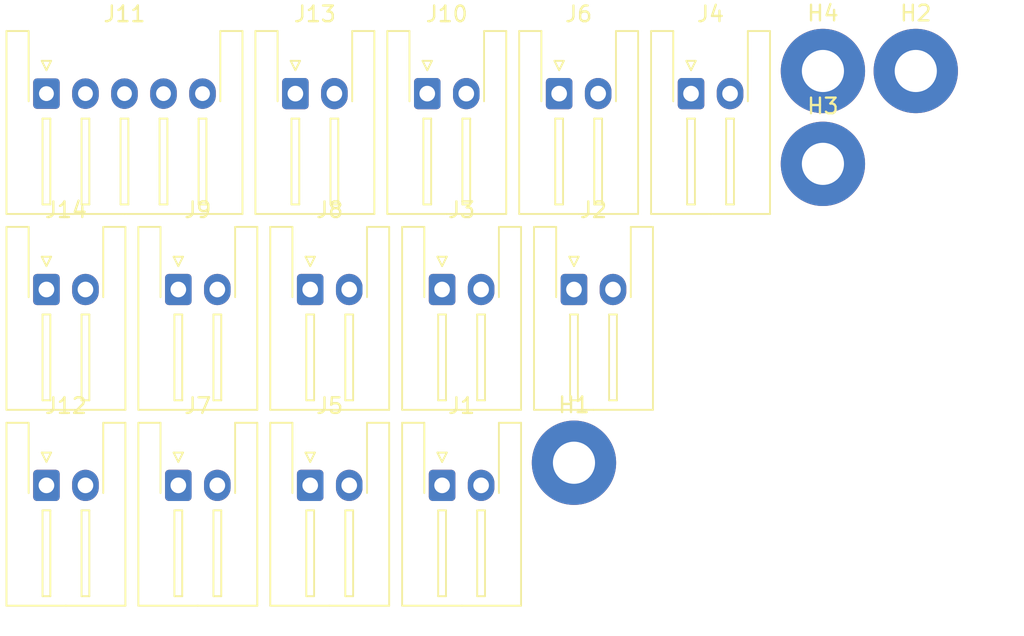
<source format=kicad_pcb>
(kicad_pcb (version 20171130) (host pcbnew 5.0.2-bee76a0~70~ubuntu18.04.1)

  (general
    (thickness 1.6)
    (drawings 0)
    (tracks 0)
    (zones 0)
    (modules 18)
    (nets 16)
  )

  (page A4)
  (layers
    (0 F.Cu signal)
    (31 B.Cu signal)
    (32 B.Adhes user)
    (33 F.Adhes user)
    (34 B.Paste user)
    (35 F.Paste user)
    (36 B.SilkS user)
    (37 F.SilkS user)
    (38 B.Mask user)
    (39 F.Mask user)
    (40 Dwgs.User user)
    (41 Cmts.User user)
    (42 Eco1.User user)
    (43 Eco2.User user)
    (44 Edge.Cuts user)
    (45 Margin user)
    (46 B.CrtYd user)
    (47 F.CrtYd user)
    (48 B.Fab user)
    (49 F.Fab user)
  )

  (setup
    (last_trace_width 0.25)
    (trace_clearance 0.2)
    (zone_clearance 0.508)
    (zone_45_only no)
    (trace_min 0.2)
    (segment_width 0.2)
    (edge_width 0.15)
    (via_size 0.8)
    (via_drill 0.4)
    (via_min_size 0.4)
    (via_min_drill 0.3)
    (uvia_size 0.3)
    (uvia_drill 0.1)
    (uvias_allowed no)
    (uvia_min_size 0.2)
    (uvia_min_drill 0.1)
    (pcb_text_width 0.3)
    (pcb_text_size 1.5 1.5)
    (mod_edge_width 0.15)
    (mod_text_size 0.000001 0.000001)
    (mod_text_width 0.15)
    (pad_size 1.4 1.4)
    (pad_drill 0.6)
    (pad_to_mask_clearance 0.051)
    (solder_mask_min_width 0.25)
    (aux_axis_origin 0 0)
    (visible_elements FFFFFF7F)
    (pcbplotparams
      (layerselection 0x010fc_ffffffff)
      (usegerberextensions false)
      (usegerberattributes false)
      (usegerberadvancedattributes false)
      (creategerberjobfile false)
      (excludeedgelayer true)
      (linewidth 0.100000)
      (plotframeref false)
      (viasonmask false)
      (mode 1)
      (useauxorigin false)
      (hpglpennumber 1)
      (hpglpenspeed 20)
      (hpglpendiameter 15.000000)
      (psnegative false)
      (psa4output false)
      (plotreference true)
      (plotvalue true)
      (plotinvisibletext false)
      (padsonsilk false)
      (subtractmaskfromsilk false)
      (outputformat 1)
      (mirror false)
      (drillshape 1)
      (scaleselection 1)
      (outputdirectory ""))
  )

  (net 0 "")
  (net 1 GND)
  (net 2 +5V)
  (net 3 Spindle_Dir)
  (net 4 "Net-(J11-Pad4)")
  (net 5 Spindle)
  (net 6 X_Limit)
  (net 7 Y_Limit)
  (net 8 Z_Limit)
  (net 9 A7)
  (net 10 Mist)
  (net 11 A6)
  (net 12 Flood)
  (net 13 Probe)
  (net 14 Start)
  (net 15 Hold)

  (net_class Default "This is the default net class."
    (clearance 0.2)
    (trace_width 0.25)
    (via_dia 0.8)
    (via_drill 0.4)
    (uvia_dia 0.3)
    (uvia_drill 0.1)
    (add_net +5V)
    (add_net A6)
    (add_net A7)
    (add_net Flood)
    (add_net GND)
    (add_net Hold)
    (add_net Mist)
    (add_net "Net-(J11-Pad4)")
    (add_net Probe)
    (add_net Spindle)
    (add_net Spindle_Dir)
    (add_net Start)
    (add_net X_Limit)
    (add_net Y_Limit)
    (add_net Z_Limit)
  )

  (module Connector_JST:JST_XH_S02B-XH-A-1_1x02_P2.50mm_Horizontal (layer F.Cu) (tedit 5B77520A) (tstamp 5C084D03)
    (at 10.375001 3.975001)
    (descr "JST XH series connector, S02B-XH-A-1 (http://www.jst-mfg.com/product/pdf/eng/eXH.pdf), generated with kicad-footprint-generator")
    (tags "connector JST XH top entry")
    (path /5C03E431)
    (fp_text reference J14 (at 1.25 -5.1) (layer F.SilkS)
      (effects (font (size 1 1) (thickness 0.15)))
    )
    (fp_text value HOLD (at 1.25 8.8) (layer F.Fab)
      (effects (font (size 1 1) (thickness 0.15)))
    )
    (fp_line (start -2.95 -4.4) (end -2.95 8.1) (layer F.CrtYd) (width 0.05))
    (fp_line (start -2.95 8.1) (end 5.45 8.1) (layer F.CrtYd) (width 0.05))
    (fp_line (start 5.45 8.1) (end 5.45 -4.4) (layer F.CrtYd) (width 0.05))
    (fp_line (start 5.45 -4.4) (end -2.95 -4.4) (layer F.CrtYd) (width 0.05))
    (fp_line (start 1.25 7.71) (end -2.56 7.71) (layer F.SilkS) (width 0.12))
    (fp_line (start -2.56 7.71) (end -2.56 -4.01) (layer F.SilkS) (width 0.12))
    (fp_line (start -2.56 -4.01) (end -1.14 -4.01) (layer F.SilkS) (width 0.12))
    (fp_line (start -1.14 -4.01) (end -1.14 0.49) (layer F.SilkS) (width 0.12))
    (fp_line (start 1.25 7.71) (end 5.06 7.71) (layer F.SilkS) (width 0.12))
    (fp_line (start 5.06 7.71) (end 5.06 -4.01) (layer F.SilkS) (width 0.12))
    (fp_line (start 5.06 -4.01) (end 3.64 -4.01) (layer F.SilkS) (width 0.12))
    (fp_line (start 3.64 -4.01) (end 3.64 0.49) (layer F.SilkS) (width 0.12))
    (fp_line (start 1.25 7.6) (end -2.45 7.6) (layer F.Fab) (width 0.1))
    (fp_line (start -2.45 7.6) (end -2.45 -3.9) (layer F.Fab) (width 0.1))
    (fp_line (start -2.45 -3.9) (end -1.25 -3.9) (layer F.Fab) (width 0.1))
    (fp_line (start -1.25 -3.9) (end -1.25 0.6) (layer F.Fab) (width 0.1))
    (fp_line (start -1.25 0.6) (end 1.25 0.6) (layer F.Fab) (width 0.1))
    (fp_line (start 1.25 7.6) (end 4.95 7.6) (layer F.Fab) (width 0.1))
    (fp_line (start 4.95 7.6) (end 4.95 -3.9) (layer F.Fab) (width 0.1))
    (fp_line (start 4.95 -3.9) (end 3.75 -3.9) (layer F.Fab) (width 0.1))
    (fp_line (start 3.75 -3.9) (end 3.75 0.6) (layer F.Fab) (width 0.1))
    (fp_line (start 3.75 0.6) (end 1.25 0.6) (layer F.Fab) (width 0.1))
    (fp_line (start -0.25 1.6) (end -0.25 7.1) (layer F.SilkS) (width 0.12))
    (fp_line (start -0.25 7.1) (end 0.25 7.1) (layer F.SilkS) (width 0.12))
    (fp_line (start 0.25 7.1) (end 0.25 1.6) (layer F.SilkS) (width 0.12))
    (fp_line (start 0.25 1.6) (end -0.25 1.6) (layer F.SilkS) (width 0.12))
    (fp_line (start 2.25 1.6) (end 2.25 7.1) (layer F.SilkS) (width 0.12))
    (fp_line (start 2.25 7.1) (end 2.75 7.1) (layer F.SilkS) (width 0.12))
    (fp_line (start 2.75 7.1) (end 2.75 1.6) (layer F.SilkS) (width 0.12))
    (fp_line (start 2.75 1.6) (end 2.25 1.6) (layer F.SilkS) (width 0.12))
    (fp_line (start 0 -1.5) (end -0.3 -2.1) (layer F.SilkS) (width 0.12))
    (fp_line (start -0.3 -2.1) (end 0.3 -2.1) (layer F.SilkS) (width 0.12))
    (fp_line (start 0.3 -2.1) (end 0 -1.5) (layer F.SilkS) (width 0.12))
    (fp_line (start -0.625 0.6) (end 0 -0.4) (layer F.Fab) (width 0.1))
    (fp_line (start 0 -0.4) (end 0.625 0.6) (layer F.Fab) (width 0.1))
    (fp_text user %R (at 1.25 1.85) (layer F.Fab)
      (effects (font (size 1 1) (thickness 0.15)))
    )
    (pad 1 thru_hole roundrect (at 0 0) (size 1.7 2) (drill 1) (layers *.Cu *.Mask) (roundrect_rratio 0.147059)
      (net 15 Hold))
    (pad 2 thru_hole oval (at 2.5 0) (size 1.7 2) (drill 1) (layers *.Cu *.Mask)
      (net 1 GND))
    (model ${KISYS3DMOD}/Connector_JST.3dshapes/JST_XH_S02B-XH-A-1_1x02_P2.50mm_Horizontal.wrl
      (at (xyz 0 0 0))
      (scale (xyz 1 1 1))
      (rotate (xyz 0 0 0))
    )
  )

  (module Connector_JST:JST_XH_S02B-XH-A-1_1x02_P2.50mm_Horizontal (layer F.Cu) (tedit 5B77520A) (tstamp 5C084CD9)
    (at 26.325001 -8.574999)
    (descr "JST XH series connector, S02B-XH-A-1 (http://www.jst-mfg.com/product/pdf/eng/eXH.pdf), generated with kicad-footprint-generator")
    (tags "connector JST XH top entry")
    (path /5C0359F8)
    (fp_text reference J13 (at 1.25 -5.1) (layer F.SilkS)
      (effects (font (size 1 1) (thickness 0.15)))
    )
    (fp_text value START (at 1.25 8.8) (layer F.Fab)
      (effects (font (size 1 1) (thickness 0.15)))
    )
    (fp_text user %R (at 1.25 1.85) (layer F.Fab)
      (effects (font (size 1 1) (thickness 0.15)))
    )
    (fp_line (start 0 -0.4) (end 0.625 0.6) (layer F.Fab) (width 0.1))
    (fp_line (start -0.625 0.6) (end 0 -0.4) (layer F.Fab) (width 0.1))
    (fp_line (start 0.3 -2.1) (end 0 -1.5) (layer F.SilkS) (width 0.12))
    (fp_line (start -0.3 -2.1) (end 0.3 -2.1) (layer F.SilkS) (width 0.12))
    (fp_line (start 0 -1.5) (end -0.3 -2.1) (layer F.SilkS) (width 0.12))
    (fp_line (start 2.75 1.6) (end 2.25 1.6) (layer F.SilkS) (width 0.12))
    (fp_line (start 2.75 7.1) (end 2.75 1.6) (layer F.SilkS) (width 0.12))
    (fp_line (start 2.25 7.1) (end 2.75 7.1) (layer F.SilkS) (width 0.12))
    (fp_line (start 2.25 1.6) (end 2.25 7.1) (layer F.SilkS) (width 0.12))
    (fp_line (start 0.25 1.6) (end -0.25 1.6) (layer F.SilkS) (width 0.12))
    (fp_line (start 0.25 7.1) (end 0.25 1.6) (layer F.SilkS) (width 0.12))
    (fp_line (start -0.25 7.1) (end 0.25 7.1) (layer F.SilkS) (width 0.12))
    (fp_line (start -0.25 1.6) (end -0.25 7.1) (layer F.SilkS) (width 0.12))
    (fp_line (start 3.75 0.6) (end 1.25 0.6) (layer F.Fab) (width 0.1))
    (fp_line (start 3.75 -3.9) (end 3.75 0.6) (layer F.Fab) (width 0.1))
    (fp_line (start 4.95 -3.9) (end 3.75 -3.9) (layer F.Fab) (width 0.1))
    (fp_line (start 4.95 7.6) (end 4.95 -3.9) (layer F.Fab) (width 0.1))
    (fp_line (start 1.25 7.6) (end 4.95 7.6) (layer F.Fab) (width 0.1))
    (fp_line (start -1.25 0.6) (end 1.25 0.6) (layer F.Fab) (width 0.1))
    (fp_line (start -1.25 -3.9) (end -1.25 0.6) (layer F.Fab) (width 0.1))
    (fp_line (start -2.45 -3.9) (end -1.25 -3.9) (layer F.Fab) (width 0.1))
    (fp_line (start -2.45 7.6) (end -2.45 -3.9) (layer F.Fab) (width 0.1))
    (fp_line (start 1.25 7.6) (end -2.45 7.6) (layer F.Fab) (width 0.1))
    (fp_line (start 3.64 -4.01) (end 3.64 0.49) (layer F.SilkS) (width 0.12))
    (fp_line (start 5.06 -4.01) (end 3.64 -4.01) (layer F.SilkS) (width 0.12))
    (fp_line (start 5.06 7.71) (end 5.06 -4.01) (layer F.SilkS) (width 0.12))
    (fp_line (start 1.25 7.71) (end 5.06 7.71) (layer F.SilkS) (width 0.12))
    (fp_line (start -1.14 -4.01) (end -1.14 0.49) (layer F.SilkS) (width 0.12))
    (fp_line (start -2.56 -4.01) (end -1.14 -4.01) (layer F.SilkS) (width 0.12))
    (fp_line (start -2.56 7.71) (end -2.56 -4.01) (layer F.SilkS) (width 0.12))
    (fp_line (start 1.25 7.71) (end -2.56 7.71) (layer F.SilkS) (width 0.12))
    (fp_line (start 5.45 -4.4) (end -2.95 -4.4) (layer F.CrtYd) (width 0.05))
    (fp_line (start 5.45 8.1) (end 5.45 -4.4) (layer F.CrtYd) (width 0.05))
    (fp_line (start -2.95 8.1) (end 5.45 8.1) (layer F.CrtYd) (width 0.05))
    (fp_line (start -2.95 -4.4) (end -2.95 8.1) (layer F.CrtYd) (width 0.05))
    (pad 2 thru_hole oval (at 2.5 0) (size 1.7 2) (drill 1) (layers *.Cu *.Mask)
      (net 1 GND))
    (pad 1 thru_hole roundrect (at 0 0) (size 1.7 2) (drill 1) (layers *.Cu *.Mask) (roundrect_rratio 0.147059)
      (net 14 Start))
    (model ${KISYS3DMOD}/Connector_JST.3dshapes/JST_XH_S02B-XH-A-1_1x02_P2.50mm_Horizontal.wrl
      (at (xyz 0 0 0))
      (scale (xyz 1 1 1))
      (rotate (xyz 0 0 0))
    )
  )

  (module Connector_JST:JST_XH_S02B-XH-A-1_1x02_P2.50mm_Horizontal (layer F.Cu) (tedit 5B77520A) (tstamp 5C084CAF)
    (at 10.375001 16.525001)
    (descr "JST XH series connector, S02B-XH-A-1 (http://www.jst-mfg.com/product/pdf/eng/eXH.pdf), generated with kicad-footprint-generator")
    (tags "connector JST XH top entry")
    (path /5C03426F)
    (fp_text reference J12 (at 1.25 -5.1) (layer F.SilkS)
      (effects (font (size 1 1) (thickness 0.15)))
    )
    (fp_text value PROBE (at 1.25 8.8) (layer F.Fab)
      (effects (font (size 1 1) (thickness 0.15)))
    )
    (fp_line (start -2.95 -4.4) (end -2.95 8.1) (layer F.CrtYd) (width 0.05))
    (fp_line (start -2.95 8.1) (end 5.45 8.1) (layer F.CrtYd) (width 0.05))
    (fp_line (start 5.45 8.1) (end 5.45 -4.4) (layer F.CrtYd) (width 0.05))
    (fp_line (start 5.45 -4.4) (end -2.95 -4.4) (layer F.CrtYd) (width 0.05))
    (fp_line (start 1.25 7.71) (end -2.56 7.71) (layer F.SilkS) (width 0.12))
    (fp_line (start -2.56 7.71) (end -2.56 -4.01) (layer F.SilkS) (width 0.12))
    (fp_line (start -2.56 -4.01) (end -1.14 -4.01) (layer F.SilkS) (width 0.12))
    (fp_line (start -1.14 -4.01) (end -1.14 0.49) (layer F.SilkS) (width 0.12))
    (fp_line (start 1.25 7.71) (end 5.06 7.71) (layer F.SilkS) (width 0.12))
    (fp_line (start 5.06 7.71) (end 5.06 -4.01) (layer F.SilkS) (width 0.12))
    (fp_line (start 5.06 -4.01) (end 3.64 -4.01) (layer F.SilkS) (width 0.12))
    (fp_line (start 3.64 -4.01) (end 3.64 0.49) (layer F.SilkS) (width 0.12))
    (fp_line (start 1.25 7.6) (end -2.45 7.6) (layer F.Fab) (width 0.1))
    (fp_line (start -2.45 7.6) (end -2.45 -3.9) (layer F.Fab) (width 0.1))
    (fp_line (start -2.45 -3.9) (end -1.25 -3.9) (layer F.Fab) (width 0.1))
    (fp_line (start -1.25 -3.9) (end -1.25 0.6) (layer F.Fab) (width 0.1))
    (fp_line (start -1.25 0.6) (end 1.25 0.6) (layer F.Fab) (width 0.1))
    (fp_line (start 1.25 7.6) (end 4.95 7.6) (layer F.Fab) (width 0.1))
    (fp_line (start 4.95 7.6) (end 4.95 -3.9) (layer F.Fab) (width 0.1))
    (fp_line (start 4.95 -3.9) (end 3.75 -3.9) (layer F.Fab) (width 0.1))
    (fp_line (start 3.75 -3.9) (end 3.75 0.6) (layer F.Fab) (width 0.1))
    (fp_line (start 3.75 0.6) (end 1.25 0.6) (layer F.Fab) (width 0.1))
    (fp_line (start -0.25 1.6) (end -0.25 7.1) (layer F.SilkS) (width 0.12))
    (fp_line (start -0.25 7.1) (end 0.25 7.1) (layer F.SilkS) (width 0.12))
    (fp_line (start 0.25 7.1) (end 0.25 1.6) (layer F.SilkS) (width 0.12))
    (fp_line (start 0.25 1.6) (end -0.25 1.6) (layer F.SilkS) (width 0.12))
    (fp_line (start 2.25 1.6) (end 2.25 7.1) (layer F.SilkS) (width 0.12))
    (fp_line (start 2.25 7.1) (end 2.75 7.1) (layer F.SilkS) (width 0.12))
    (fp_line (start 2.75 7.1) (end 2.75 1.6) (layer F.SilkS) (width 0.12))
    (fp_line (start 2.75 1.6) (end 2.25 1.6) (layer F.SilkS) (width 0.12))
    (fp_line (start 0 -1.5) (end -0.3 -2.1) (layer F.SilkS) (width 0.12))
    (fp_line (start -0.3 -2.1) (end 0.3 -2.1) (layer F.SilkS) (width 0.12))
    (fp_line (start 0.3 -2.1) (end 0 -1.5) (layer F.SilkS) (width 0.12))
    (fp_line (start -0.625 0.6) (end 0 -0.4) (layer F.Fab) (width 0.1))
    (fp_line (start 0 -0.4) (end 0.625 0.6) (layer F.Fab) (width 0.1))
    (fp_text user %R (at 1.25 1.85) (layer F.Fab)
      (effects (font (size 1 1) (thickness 0.15)))
    )
    (pad 1 thru_hole roundrect (at 0 0) (size 1.7 2) (drill 1) (layers *.Cu *.Mask) (roundrect_rratio 0.147059)
      (net 13 Probe))
    (pad 2 thru_hole oval (at 2.5 0) (size 1.7 2) (drill 1) (layers *.Cu *.Mask)
      (net 1 GND))
    (model ${KISYS3DMOD}/Connector_JST.3dshapes/JST_XH_S02B-XH-A-1_1x02_P2.50mm_Horizontal.wrl
      (at (xyz 0 0 0))
      (scale (xyz 1 1 1))
      (rotate (xyz 0 0 0))
    )
  )

  (module Connector_JST:JST_XH_S02B-XH-A-1_1x02_P2.50mm_Horizontal (layer F.Cu) (tedit 5B77520A) (tstamp 5C084C85)
    (at 34.775001 -8.574999)
    (descr "JST XH series connector, S02B-XH-A-1 (http://www.jst-mfg.com/product/pdf/eng/eXH.pdf), generated with kicad-footprint-generator")
    (tags "connector JST XH top entry")
    (path /5C071CEA)
    (fp_text reference J10 (at 1.25 -5.1) (layer F.SilkS)
      (effects (font (size 1 1) (thickness 0.15)))
    )
    (fp_text value Mist (at 1.25 8.8) (layer F.Fab)
      (effects (font (size 1 1) (thickness 0.15)))
    )
    (fp_text user %R (at 1.25 1.85) (layer F.Fab)
      (effects (font (size 1 1) (thickness 0.15)))
    )
    (fp_line (start 0 -0.4) (end 0.625 0.6) (layer F.Fab) (width 0.1))
    (fp_line (start -0.625 0.6) (end 0 -0.4) (layer F.Fab) (width 0.1))
    (fp_line (start 0.3 -2.1) (end 0 -1.5) (layer F.SilkS) (width 0.12))
    (fp_line (start -0.3 -2.1) (end 0.3 -2.1) (layer F.SilkS) (width 0.12))
    (fp_line (start 0 -1.5) (end -0.3 -2.1) (layer F.SilkS) (width 0.12))
    (fp_line (start 2.75 1.6) (end 2.25 1.6) (layer F.SilkS) (width 0.12))
    (fp_line (start 2.75 7.1) (end 2.75 1.6) (layer F.SilkS) (width 0.12))
    (fp_line (start 2.25 7.1) (end 2.75 7.1) (layer F.SilkS) (width 0.12))
    (fp_line (start 2.25 1.6) (end 2.25 7.1) (layer F.SilkS) (width 0.12))
    (fp_line (start 0.25 1.6) (end -0.25 1.6) (layer F.SilkS) (width 0.12))
    (fp_line (start 0.25 7.1) (end 0.25 1.6) (layer F.SilkS) (width 0.12))
    (fp_line (start -0.25 7.1) (end 0.25 7.1) (layer F.SilkS) (width 0.12))
    (fp_line (start -0.25 1.6) (end -0.25 7.1) (layer F.SilkS) (width 0.12))
    (fp_line (start 3.75 0.6) (end 1.25 0.6) (layer F.Fab) (width 0.1))
    (fp_line (start 3.75 -3.9) (end 3.75 0.6) (layer F.Fab) (width 0.1))
    (fp_line (start 4.95 -3.9) (end 3.75 -3.9) (layer F.Fab) (width 0.1))
    (fp_line (start 4.95 7.6) (end 4.95 -3.9) (layer F.Fab) (width 0.1))
    (fp_line (start 1.25 7.6) (end 4.95 7.6) (layer F.Fab) (width 0.1))
    (fp_line (start -1.25 0.6) (end 1.25 0.6) (layer F.Fab) (width 0.1))
    (fp_line (start -1.25 -3.9) (end -1.25 0.6) (layer F.Fab) (width 0.1))
    (fp_line (start -2.45 -3.9) (end -1.25 -3.9) (layer F.Fab) (width 0.1))
    (fp_line (start -2.45 7.6) (end -2.45 -3.9) (layer F.Fab) (width 0.1))
    (fp_line (start 1.25 7.6) (end -2.45 7.6) (layer F.Fab) (width 0.1))
    (fp_line (start 3.64 -4.01) (end 3.64 0.49) (layer F.SilkS) (width 0.12))
    (fp_line (start 5.06 -4.01) (end 3.64 -4.01) (layer F.SilkS) (width 0.12))
    (fp_line (start 5.06 7.71) (end 5.06 -4.01) (layer F.SilkS) (width 0.12))
    (fp_line (start 1.25 7.71) (end 5.06 7.71) (layer F.SilkS) (width 0.12))
    (fp_line (start -1.14 -4.01) (end -1.14 0.49) (layer F.SilkS) (width 0.12))
    (fp_line (start -2.56 -4.01) (end -1.14 -4.01) (layer F.SilkS) (width 0.12))
    (fp_line (start -2.56 7.71) (end -2.56 -4.01) (layer F.SilkS) (width 0.12))
    (fp_line (start 1.25 7.71) (end -2.56 7.71) (layer F.SilkS) (width 0.12))
    (fp_line (start 5.45 -4.4) (end -2.95 -4.4) (layer F.CrtYd) (width 0.05))
    (fp_line (start 5.45 8.1) (end 5.45 -4.4) (layer F.CrtYd) (width 0.05))
    (fp_line (start -2.95 8.1) (end 5.45 8.1) (layer F.CrtYd) (width 0.05))
    (fp_line (start -2.95 -4.4) (end -2.95 8.1) (layer F.CrtYd) (width 0.05))
    (pad 2 thru_hole oval (at 2.5 0) (size 1.7 2) (drill 1) (layers *.Cu *.Mask)
      (net 1 GND))
    (pad 1 thru_hole roundrect (at 0 0) (size 1.7 2) (drill 1) (layers *.Cu *.Mask) (roundrect_rratio 0.147059)
      (net 12 Flood))
    (model ${KISYS3DMOD}/Connector_JST.3dshapes/JST_XH_S02B-XH-A-1_1x02_P2.50mm_Horizontal.wrl
      (at (xyz 0 0 0))
      (scale (xyz 1 1 1))
      (rotate (xyz 0 0 0))
    )
  )

  (module Connector_JST:JST_XH_S02B-XH-A-1_1x02_P2.50mm_Horizontal (layer F.Cu) (tedit 5B77520A) (tstamp 5C084C5B)
    (at 18.825001 3.975001)
    (descr "JST XH series connector, S02B-XH-A-1 (http://www.jst-mfg.com/product/pdf/eng/eXH.pdf), generated with kicad-footprint-generator")
    (tags "connector JST XH top entry")
    (path /5C074870)
    (fp_text reference J9 (at 1.25 -5.1) (layer F.SilkS)
      (effects (font (size 1 1) (thickness 0.15)))
    )
    (fp_text value Mist (at 1.25 8.8) (layer F.Fab)
      (effects (font (size 1 1) (thickness 0.15)))
    )
    (fp_line (start -2.95 -4.4) (end -2.95 8.1) (layer F.CrtYd) (width 0.05))
    (fp_line (start -2.95 8.1) (end 5.45 8.1) (layer F.CrtYd) (width 0.05))
    (fp_line (start 5.45 8.1) (end 5.45 -4.4) (layer F.CrtYd) (width 0.05))
    (fp_line (start 5.45 -4.4) (end -2.95 -4.4) (layer F.CrtYd) (width 0.05))
    (fp_line (start 1.25 7.71) (end -2.56 7.71) (layer F.SilkS) (width 0.12))
    (fp_line (start -2.56 7.71) (end -2.56 -4.01) (layer F.SilkS) (width 0.12))
    (fp_line (start -2.56 -4.01) (end -1.14 -4.01) (layer F.SilkS) (width 0.12))
    (fp_line (start -1.14 -4.01) (end -1.14 0.49) (layer F.SilkS) (width 0.12))
    (fp_line (start 1.25 7.71) (end 5.06 7.71) (layer F.SilkS) (width 0.12))
    (fp_line (start 5.06 7.71) (end 5.06 -4.01) (layer F.SilkS) (width 0.12))
    (fp_line (start 5.06 -4.01) (end 3.64 -4.01) (layer F.SilkS) (width 0.12))
    (fp_line (start 3.64 -4.01) (end 3.64 0.49) (layer F.SilkS) (width 0.12))
    (fp_line (start 1.25 7.6) (end -2.45 7.6) (layer F.Fab) (width 0.1))
    (fp_line (start -2.45 7.6) (end -2.45 -3.9) (layer F.Fab) (width 0.1))
    (fp_line (start -2.45 -3.9) (end -1.25 -3.9) (layer F.Fab) (width 0.1))
    (fp_line (start -1.25 -3.9) (end -1.25 0.6) (layer F.Fab) (width 0.1))
    (fp_line (start -1.25 0.6) (end 1.25 0.6) (layer F.Fab) (width 0.1))
    (fp_line (start 1.25 7.6) (end 4.95 7.6) (layer F.Fab) (width 0.1))
    (fp_line (start 4.95 7.6) (end 4.95 -3.9) (layer F.Fab) (width 0.1))
    (fp_line (start 4.95 -3.9) (end 3.75 -3.9) (layer F.Fab) (width 0.1))
    (fp_line (start 3.75 -3.9) (end 3.75 0.6) (layer F.Fab) (width 0.1))
    (fp_line (start 3.75 0.6) (end 1.25 0.6) (layer F.Fab) (width 0.1))
    (fp_line (start -0.25 1.6) (end -0.25 7.1) (layer F.SilkS) (width 0.12))
    (fp_line (start -0.25 7.1) (end 0.25 7.1) (layer F.SilkS) (width 0.12))
    (fp_line (start 0.25 7.1) (end 0.25 1.6) (layer F.SilkS) (width 0.12))
    (fp_line (start 0.25 1.6) (end -0.25 1.6) (layer F.SilkS) (width 0.12))
    (fp_line (start 2.25 1.6) (end 2.25 7.1) (layer F.SilkS) (width 0.12))
    (fp_line (start 2.25 7.1) (end 2.75 7.1) (layer F.SilkS) (width 0.12))
    (fp_line (start 2.75 7.1) (end 2.75 1.6) (layer F.SilkS) (width 0.12))
    (fp_line (start 2.75 1.6) (end 2.25 1.6) (layer F.SilkS) (width 0.12))
    (fp_line (start 0 -1.5) (end -0.3 -2.1) (layer F.SilkS) (width 0.12))
    (fp_line (start -0.3 -2.1) (end 0.3 -2.1) (layer F.SilkS) (width 0.12))
    (fp_line (start 0.3 -2.1) (end 0 -1.5) (layer F.SilkS) (width 0.12))
    (fp_line (start -0.625 0.6) (end 0 -0.4) (layer F.Fab) (width 0.1))
    (fp_line (start 0 -0.4) (end 0.625 0.6) (layer F.Fab) (width 0.1))
    (fp_text user %R (at 1.25 1.85) (layer F.Fab)
      (effects (font (size 1 1) (thickness 0.15)))
    )
    (pad 1 thru_hole roundrect (at 0 0) (size 1.7 2) (drill 1) (layers *.Cu *.Mask) (roundrect_rratio 0.147059)
      (net 11 A6))
    (pad 2 thru_hole oval (at 2.5 0) (size 1.7 2) (drill 1) (layers *.Cu *.Mask)
      (net 1 GND))
    (model ${KISYS3DMOD}/Connector_JST.3dshapes/JST_XH_S02B-XH-A-1_1x02_P2.50mm_Horizontal.wrl
      (at (xyz 0 0 0))
      (scale (xyz 1 1 1))
      (rotate (xyz 0 0 0))
    )
  )

  (module Connector_JST:JST_XH_S02B-XH-A-1_1x02_P2.50mm_Horizontal (layer F.Cu) (tedit 5B77520A) (tstamp 5C084C31)
    (at 27.275001 3.975001)
    (descr "JST XH series connector, S02B-XH-A-1 (http://www.jst-mfg.com/product/pdf/eng/eXH.pdf), generated with kicad-footprint-generator")
    (tags "connector JST XH top entry")
    (path /5C0541D8)
    (fp_text reference J8 (at 1.25 -5.1) (layer F.SilkS)
      (effects (font (size 1 1) (thickness 0.15)))
    )
    (fp_text value Z_LIMIT2 (at 1.25 8.8) (layer F.Fab)
      (effects (font (size 1 1) (thickness 0.15)))
    )
    (fp_text user %R (at 1.25 1.85) (layer F.Fab)
      (effects (font (size 1 1) (thickness 0.15)))
    )
    (fp_line (start 0 -0.4) (end 0.625 0.6) (layer F.Fab) (width 0.1))
    (fp_line (start -0.625 0.6) (end 0 -0.4) (layer F.Fab) (width 0.1))
    (fp_line (start 0.3 -2.1) (end 0 -1.5) (layer F.SilkS) (width 0.12))
    (fp_line (start -0.3 -2.1) (end 0.3 -2.1) (layer F.SilkS) (width 0.12))
    (fp_line (start 0 -1.5) (end -0.3 -2.1) (layer F.SilkS) (width 0.12))
    (fp_line (start 2.75 1.6) (end 2.25 1.6) (layer F.SilkS) (width 0.12))
    (fp_line (start 2.75 7.1) (end 2.75 1.6) (layer F.SilkS) (width 0.12))
    (fp_line (start 2.25 7.1) (end 2.75 7.1) (layer F.SilkS) (width 0.12))
    (fp_line (start 2.25 1.6) (end 2.25 7.1) (layer F.SilkS) (width 0.12))
    (fp_line (start 0.25 1.6) (end -0.25 1.6) (layer F.SilkS) (width 0.12))
    (fp_line (start 0.25 7.1) (end 0.25 1.6) (layer F.SilkS) (width 0.12))
    (fp_line (start -0.25 7.1) (end 0.25 7.1) (layer F.SilkS) (width 0.12))
    (fp_line (start -0.25 1.6) (end -0.25 7.1) (layer F.SilkS) (width 0.12))
    (fp_line (start 3.75 0.6) (end 1.25 0.6) (layer F.Fab) (width 0.1))
    (fp_line (start 3.75 -3.9) (end 3.75 0.6) (layer F.Fab) (width 0.1))
    (fp_line (start 4.95 -3.9) (end 3.75 -3.9) (layer F.Fab) (width 0.1))
    (fp_line (start 4.95 7.6) (end 4.95 -3.9) (layer F.Fab) (width 0.1))
    (fp_line (start 1.25 7.6) (end 4.95 7.6) (layer F.Fab) (width 0.1))
    (fp_line (start -1.25 0.6) (end 1.25 0.6) (layer F.Fab) (width 0.1))
    (fp_line (start -1.25 -3.9) (end -1.25 0.6) (layer F.Fab) (width 0.1))
    (fp_line (start -2.45 -3.9) (end -1.25 -3.9) (layer F.Fab) (width 0.1))
    (fp_line (start -2.45 7.6) (end -2.45 -3.9) (layer F.Fab) (width 0.1))
    (fp_line (start 1.25 7.6) (end -2.45 7.6) (layer F.Fab) (width 0.1))
    (fp_line (start 3.64 -4.01) (end 3.64 0.49) (layer F.SilkS) (width 0.12))
    (fp_line (start 5.06 -4.01) (end 3.64 -4.01) (layer F.SilkS) (width 0.12))
    (fp_line (start 5.06 7.71) (end 5.06 -4.01) (layer F.SilkS) (width 0.12))
    (fp_line (start 1.25 7.71) (end 5.06 7.71) (layer F.SilkS) (width 0.12))
    (fp_line (start -1.14 -4.01) (end -1.14 0.49) (layer F.SilkS) (width 0.12))
    (fp_line (start -2.56 -4.01) (end -1.14 -4.01) (layer F.SilkS) (width 0.12))
    (fp_line (start -2.56 7.71) (end -2.56 -4.01) (layer F.SilkS) (width 0.12))
    (fp_line (start 1.25 7.71) (end -2.56 7.71) (layer F.SilkS) (width 0.12))
    (fp_line (start 5.45 -4.4) (end -2.95 -4.4) (layer F.CrtYd) (width 0.05))
    (fp_line (start 5.45 8.1) (end 5.45 -4.4) (layer F.CrtYd) (width 0.05))
    (fp_line (start -2.95 8.1) (end 5.45 8.1) (layer F.CrtYd) (width 0.05))
    (fp_line (start -2.95 -4.4) (end -2.95 8.1) (layer F.CrtYd) (width 0.05))
    (pad 2 thru_hole oval (at 2.5 0) (size 1.7 2) (drill 1) (layers *.Cu *.Mask)
      (net 1 GND))
    (pad 1 thru_hole roundrect (at 0 0) (size 1.7 2) (drill 1) (layers *.Cu *.Mask) (roundrect_rratio 0.147059)
      (net 8 Z_Limit))
    (model ${KISYS3DMOD}/Connector_JST.3dshapes/JST_XH_S02B-XH-A-1_1x02_P2.50mm_Horizontal.wrl
      (at (xyz 0 0 0))
      (scale (xyz 1 1 1))
      (rotate (xyz 0 0 0))
    )
  )

  (module Connector_JST:JST_XH_S02B-XH-A-1_1x02_P2.50mm_Horizontal (layer F.Cu) (tedit 5B77520A) (tstamp 5C084C07)
    (at 18.825001 16.525001)
    (descr "JST XH series connector, S02B-XH-A-1 (http://www.jst-mfg.com/product/pdf/eng/eXH.pdf), generated with kicad-footprint-generator")
    (tags "connector JST XH top entry")
    (path /5C06FF5E)
    (fp_text reference J7 (at 1.25 -5.1) (layer F.SilkS)
      (effects (font (size 1 1) (thickness 0.15)))
    )
    (fp_text value Mist (at 1.25 8.8) (layer F.Fab)
      (effects (font (size 1 1) (thickness 0.15)))
    )
    (fp_line (start -2.95 -4.4) (end -2.95 8.1) (layer F.CrtYd) (width 0.05))
    (fp_line (start -2.95 8.1) (end 5.45 8.1) (layer F.CrtYd) (width 0.05))
    (fp_line (start 5.45 8.1) (end 5.45 -4.4) (layer F.CrtYd) (width 0.05))
    (fp_line (start 5.45 -4.4) (end -2.95 -4.4) (layer F.CrtYd) (width 0.05))
    (fp_line (start 1.25 7.71) (end -2.56 7.71) (layer F.SilkS) (width 0.12))
    (fp_line (start -2.56 7.71) (end -2.56 -4.01) (layer F.SilkS) (width 0.12))
    (fp_line (start -2.56 -4.01) (end -1.14 -4.01) (layer F.SilkS) (width 0.12))
    (fp_line (start -1.14 -4.01) (end -1.14 0.49) (layer F.SilkS) (width 0.12))
    (fp_line (start 1.25 7.71) (end 5.06 7.71) (layer F.SilkS) (width 0.12))
    (fp_line (start 5.06 7.71) (end 5.06 -4.01) (layer F.SilkS) (width 0.12))
    (fp_line (start 5.06 -4.01) (end 3.64 -4.01) (layer F.SilkS) (width 0.12))
    (fp_line (start 3.64 -4.01) (end 3.64 0.49) (layer F.SilkS) (width 0.12))
    (fp_line (start 1.25 7.6) (end -2.45 7.6) (layer F.Fab) (width 0.1))
    (fp_line (start -2.45 7.6) (end -2.45 -3.9) (layer F.Fab) (width 0.1))
    (fp_line (start -2.45 -3.9) (end -1.25 -3.9) (layer F.Fab) (width 0.1))
    (fp_line (start -1.25 -3.9) (end -1.25 0.6) (layer F.Fab) (width 0.1))
    (fp_line (start -1.25 0.6) (end 1.25 0.6) (layer F.Fab) (width 0.1))
    (fp_line (start 1.25 7.6) (end 4.95 7.6) (layer F.Fab) (width 0.1))
    (fp_line (start 4.95 7.6) (end 4.95 -3.9) (layer F.Fab) (width 0.1))
    (fp_line (start 4.95 -3.9) (end 3.75 -3.9) (layer F.Fab) (width 0.1))
    (fp_line (start 3.75 -3.9) (end 3.75 0.6) (layer F.Fab) (width 0.1))
    (fp_line (start 3.75 0.6) (end 1.25 0.6) (layer F.Fab) (width 0.1))
    (fp_line (start -0.25 1.6) (end -0.25 7.1) (layer F.SilkS) (width 0.12))
    (fp_line (start -0.25 7.1) (end 0.25 7.1) (layer F.SilkS) (width 0.12))
    (fp_line (start 0.25 7.1) (end 0.25 1.6) (layer F.SilkS) (width 0.12))
    (fp_line (start 0.25 1.6) (end -0.25 1.6) (layer F.SilkS) (width 0.12))
    (fp_line (start 2.25 1.6) (end 2.25 7.1) (layer F.SilkS) (width 0.12))
    (fp_line (start 2.25 7.1) (end 2.75 7.1) (layer F.SilkS) (width 0.12))
    (fp_line (start 2.75 7.1) (end 2.75 1.6) (layer F.SilkS) (width 0.12))
    (fp_line (start 2.75 1.6) (end 2.25 1.6) (layer F.SilkS) (width 0.12))
    (fp_line (start 0 -1.5) (end -0.3 -2.1) (layer F.SilkS) (width 0.12))
    (fp_line (start -0.3 -2.1) (end 0.3 -2.1) (layer F.SilkS) (width 0.12))
    (fp_line (start 0.3 -2.1) (end 0 -1.5) (layer F.SilkS) (width 0.12))
    (fp_line (start -0.625 0.6) (end 0 -0.4) (layer F.Fab) (width 0.1))
    (fp_line (start 0 -0.4) (end 0.625 0.6) (layer F.Fab) (width 0.1))
    (fp_text user %R (at 1.25 1.85) (layer F.Fab)
      (effects (font (size 1 1) (thickness 0.15)))
    )
    (pad 1 thru_hole roundrect (at 0 0) (size 1.7 2) (drill 1) (layers *.Cu *.Mask) (roundrect_rratio 0.147059)
      (net 10 Mist))
    (pad 2 thru_hole oval (at 2.5 0) (size 1.7 2) (drill 1) (layers *.Cu *.Mask)
      (net 1 GND))
    (model ${KISYS3DMOD}/Connector_JST.3dshapes/JST_XH_S02B-XH-A-1_1x02_P2.50mm_Horizontal.wrl
      (at (xyz 0 0 0))
      (scale (xyz 1 1 1))
      (rotate (xyz 0 0 0))
    )
  )

  (module Connector_JST:JST_XH_S02B-XH-A-1_1x02_P2.50mm_Horizontal (layer F.Cu) (tedit 5B77520A) (tstamp 5C084BDD)
    (at 43.225001 -8.574999)
    (descr "JST XH series connector, S02B-XH-A-1 (http://www.jst-mfg.com/product/pdf/eng/eXH.pdf), generated with kicad-footprint-generator")
    (tags "connector JST XH top entry")
    (path /5C0541D2)
    (fp_text reference J6 (at 1.25 -5.1) (layer F.SilkS)
      (effects (font (size 1 1) (thickness 0.15)))
    )
    (fp_text value Y_LIMIT2 (at 1.25 8.8) (layer F.Fab)
      (effects (font (size 1 1) (thickness 0.15)))
    )
    (fp_text user %R (at 1.25 1.85) (layer F.Fab)
      (effects (font (size 1 1) (thickness 0.15)))
    )
    (fp_line (start 0 -0.4) (end 0.625 0.6) (layer F.Fab) (width 0.1))
    (fp_line (start -0.625 0.6) (end 0 -0.4) (layer F.Fab) (width 0.1))
    (fp_line (start 0.3 -2.1) (end 0 -1.5) (layer F.SilkS) (width 0.12))
    (fp_line (start -0.3 -2.1) (end 0.3 -2.1) (layer F.SilkS) (width 0.12))
    (fp_line (start 0 -1.5) (end -0.3 -2.1) (layer F.SilkS) (width 0.12))
    (fp_line (start 2.75 1.6) (end 2.25 1.6) (layer F.SilkS) (width 0.12))
    (fp_line (start 2.75 7.1) (end 2.75 1.6) (layer F.SilkS) (width 0.12))
    (fp_line (start 2.25 7.1) (end 2.75 7.1) (layer F.SilkS) (width 0.12))
    (fp_line (start 2.25 1.6) (end 2.25 7.1) (layer F.SilkS) (width 0.12))
    (fp_line (start 0.25 1.6) (end -0.25 1.6) (layer F.SilkS) (width 0.12))
    (fp_line (start 0.25 7.1) (end 0.25 1.6) (layer F.SilkS) (width 0.12))
    (fp_line (start -0.25 7.1) (end 0.25 7.1) (layer F.SilkS) (width 0.12))
    (fp_line (start -0.25 1.6) (end -0.25 7.1) (layer F.SilkS) (width 0.12))
    (fp_line (start 3.75 0.6) (end 1.25 0.6) (layer F.Fab) (width 0.1))
    (fp_line (start 3.75 -3.9) (end 3.75 0.6) (layer F.Fab) (width 0.1))
    (fp_line (start 4.95 -3.9) (end 3.75 -3.9) (layer F.Fab) (width 0.1))
    (fp_line (start 4.95 7.6) (end 4.95 -3.9) (layer F.Fab) (width 0.1))
    (fp_line (start 1.25 7.6) (end 4.95 7.6) (layer F.Fab) (width 0.1))
    (fp_line (start -1.25 0.6) (end 1.25 0.6) (layer F.Fab) (width 0.1))
    (fp_line (start -1.25 -3.9) (end -1.25 0.6) (layer F.Fab) (width 0.1))
    (fp_line (start -2.45 -3.9) (end -1.25 -3.9) (layer F.Fab) (width 0.1))
    (fp_line (start -2.45 7.6) (end -2.45 -3.9) (layer F.Fab) (width 0.1))
    (fp_line (start 1.25 7.6) (end -2.45 7.6) (layer F.Fab) (width 0.1))
    (fp_line (start 3.64 -4.01) (end 3.64 0.49) (layer F.SilkS) (width 0.12))
    (fp_line (start 5.06 -4.01) (end 3.64 -4.01) (layer F.SilkS) (width 0.12))
    (fp_line (start 5.06 7.71) (end 5.06 -4.01) (layer F.SilkS) (width 0.12))
    (fp_line (start 1.25 7.71) (end 5.06 7.71) (layer F.SilkS) (width 0.12))
    (fp_line (start -1.14 -4.01) (end -1.14 0.49) (layer F.SilkS) (width 0.12))
    (fp_line (start -2.56 -4.01) (end -1.14 -4.01) (layer F.SilkS) (width 0.12))
    (fp_line (start -2.56 7.71) (end -2.56 -4.01) (layer F.SilkS) (width 0.12))
    (fp_line (start 1.25 7.71) (end -2.56 7.71) (layer F.SilkS) (width 0.12))
    (fp_line (start 5.45 -4.4) (end -2.95 -4.4) (layer F.CrtYd) (width 0.05))
    (fp_line (start 5.45 8.1) (end 5.45 -4.4) (layer F.CrtYd) (width 0.05))
    (fp_line (start -2.95 8.1) (end 5.45 8.1) (layer F.CrtYd) (width 0.05))
    (fp_line (start -2.95 -4.4) (end -2.95 8.1) (layer F.CrtYd) (width 0.05))
    (pad 2 thru_hole oval (at 2.5 0) (size 1.7 2) (drill 1) (layers *.Cu *.Mask)
      (net 1 GND))
    (pad 1 thru_hole roundrect (at 0 0) (size 1.7 2) (drill 1) (layers *.Cu *.Mask) (roundrect_rratio 0.147059)
      (net 7 Y_Limit))
    (model ${KISYS3DMOD}/Connector_JST.3dshapes/JST_XH_S02B-XH-A-1_1x02_P2.50mm_Horizontal.wrl
      (at (xyz 0 0 0))
      (scale (xyz 1 1 1))
      (rotate (xyz 0 0 0))
    )
  )

  (module Connector_JST:JST_XH_S02B-XH-A-1_1x02_P2.50mm_Horizontal (layer F.Cu) (tedit 5B77520A) (tstamp 5C084BB3)
    (at 27.275001 16.525001)
    (descr "JST XH series connector, S02B-XH-A-1 (http://www.jst-mfg.com/product/pdf/eng/eXH.pdf), generated with kicad-footprint-generator")
    (tags "connector JST XH top entry")
    (path /5C076A4A)
    (fp_text reference J5 (at 1.25 -5.1) (layer F.SilkS)
      (effects (font (size 1 1) (thickness 0.15)))
    )
    (fp_text value Mist (at 1.25 8.8) (layer F.Fab)
      (effects (font (size 1 1) (thickness 0.15)))
    )
    (fp_line (start -2.95 -4.4) (end -2.95 8.1) (layer F.CrtYd) (width 0.05))
    (fp_line (start -2.95 8.1) (end 5.45 8.1) (layer F.CrtYd) (width 0.05))
    (fp_line (start 5.45 8.1) (end 5.45 -4.4) (layer F.CrtYd) (width 0.05))
    (fp_line (start 5.45 -4.4) (end -2.95 -4.4) (layer F.CrtYd) (width 0.05))
    (fp_line (start 1.25 7.71) (end -2.56 7.71) (layer F.SilkS) (width 0.12))
    (fp_line (start -2.56 7.71) (end -2.56 -4.01) (layer F.SilkS) (width 0.12))
    (fp_line (start -2.56 -4.01) (end -1.14 -4.01) (layer F.SilkS) (width 0.12))
    (fp_line (start -1.14 -4.01) (end -1.14 0.49) (layer F.SilkS) (width 0.12))
    (fp_line (start 1.25 7.71) (end 5.06 7.71) (layer F.SilkS) (width 0.12))
    (fp_line (start 5.06 7.71) (end 5.06 -4.01) (layer F.SilkS) (width 0.12))
    (fp_line (start 5.06 -4.01) (end 3.64 -4.01) (layer F.SilkS) (width 0.12))
    (fp_line (start 3.64 -4.01) (end 3.64 0.49) (layer F.SilkS) (width 0.12))
    (fp_line (start 1.25 7.6) (end -2.45 7.6) (layer F.Fab) (width 0.1))
    (fp_line (start -2.45 7.6) (end -2.45 -3.9) (layer F.Fab) (width 0.1))
    (fp_line (start -2.45 -3.9) (end -1.25 -3.9) (layer F.Fab) (width 0.1))
    (fp_line (start -1.25 -3.9) (end -1.25 0.6) (layer F.Fab) (width 0.1))
    (fp_line (start -1.25 0.6) (end 1.25 0.6) (layer F.Fab) (width 0.1))
    (fp_line (start 1.25 7.6) (end 4.95 7.6) (layer F.Fab) (width 0.1))
    (fp_line (start 4.95 7.6) (end 4.95 -3.9) (layer F.Fab) (width 0.1))
    (fp_line (start 4.95 -3.9) (end 3.75 -3.9) (layer F.Fab) (width 0.1))
    (fp_line (start 3.75 -3.9) (end 3.75 0.6) (layer F.Fab) (width 0.1))
    (fp_line (start 3.75 0.6) (end 1.25 0.6) (layer F.Fab) (width 0.1))
    (fp_line (start -0.25 1.6) (end -0.25 7.1) (layer F.SilkS) (width 0.12))
    (fp_line (start -0.25 7.1) (end 0.25 7.1) (layer F.SilkS) (width 0.12))
    (fp_line (start 0.25 7.1) (end 0.25 1.6) (layer F.SilkS) (width 0.12))
    (fp_line (start 0.25 1.6) (end -0.25 1.6) (layer F.SilkS) (width 0.12))
    (fp_line (start 2.25 1.6) (end 2.25 7.1) (layer F.SilkS) (width 0.12))
    (fp_line (start 2.25 7.1) (end 2.75 7.1) (layer F.SilkS) (width 0.12))
    (fp_line (start 2.75 7.1) (end 2.75 1.6) (layer F.SilkS) (width 0.12))
    (fp_line (start 2.75 1.6) (end 2.25 1.6) (layer F.SilkS) (width 0.12))
    (fp_line (start 0 -1.5) (end -0.3 -2.1) (layer F.SilkS) (width 0.12))
    (fp_line (start -0.3 -2.1) (end 0.3 -2.1) (layer F.SilkS) (width 0.12))
    (fp_line (start 0.3 -2.1) (end 0 -1.5) (layer F.SilkS) (width 0.12))
    (fp_line (start -0.625 0.6) (end 0 -0.4) (layer F.Fab) (width 0.1))
    (fp_line (start 0 -0.4) (end 0.625 0.6) (layer F.Fab) (width 0.1))
    (fp_text user %R (at 1.25 1.85) (layer F.Fab)
      (effects (font (size 1 1) (thickness 0.15)))
    )
    (pad 1 thru_hole roundrect (at 0 0) (size 1.7 2) (drill 1) (layers *.Cu *.Mask) (roundrect_rratio 0.147059)
      (net 9 A7))
    (pad 2 thru_hole oval (at 2.5 0) (size 1.7 2) (drill 1) (layers *.Cu *.Mask)
      (net 1 GND))
    (model ${KISYS3DMOD}/Connector_JST.3dshapes/JST_XH_S02B-XH-A-1_1x02_P2.50mm_Horizontal.wrl
      (at (xyz 0 0 0))
      (scale (xyz 1 1 1))
      (rotate (xyz 0 0 0))
    )
  )

  (module Connector_JST:JST_XH_S02B-XH-A-1_1x02_P2.50mm_Horizontal (layer F.Cu) (tedit 5B77520A) (tstamp 5C084B89)
    (at 51.675001 -8.574999)
    (descr "JST XH series connector, S02B-XH-A-1 (http://www.jst-mfg.com/product/pdf/eng/eXH.pdf), generated with kicad-footprint-generator")
    (tags "connector JST XH top entry")
    (path /5C0541C9)
    (fp_text reference J4 (at 1.25 -5.1) (layer F.SilkS)
      (effects (font (size 1 1) (thickness 0.15)))
    )
    (fp_text value X_LIMIT2 (at 1.25 8.8) (layer F.Fab)
      (effects (font (size 1 1) (thickness 0.15)))
    )
    (fp_text user %R (at 1.25 1.85) (layer F.Fab)
      (effects (font (size 1 1) (thickness 0.15)))
    )
    (fp_line (start 0 -0.4) (end 0.625 0.6) (layer F.Fab) (width 0.1))
    (fp_line (start -0.625 0.6) (end 0 -0.4) (layer F.Fab) (width 0.1))
    (fp_line (start 0.3 -2.1) (end 0 -1.5) (layer F.SilkS) (width 0.12))
    (fp_line (start -0.3 -2.1) (end 0.3 -2.1) (layer F.SilkS) (width 0.12))
    (fp_line (start 0 -1.5) (end -0.3 -2.1) (layer F.SilkS) (width 0.12))
    (fp_line (start 2.75 1.6) (end 2.25 1.6) (layer F.SilkS) (width 0.12))
    (fp_line (start 2.75 7.1) (end 2.75 1.6) (layer F.SilkS) (width 0.12))
    (fp_line (start 2.25 7.1) (end 2.75 7.1) (layer F.SilkS) (width 0.12))
    (fp_line (start 2.25 1.6) (end 2.25 7.1) (layer F.SilkS) (width 0.12))
    (fp_line (start 0.25 1.6) (end -0.25 1.6) (layer F.SilkS) (width 0.12))
    (fp_line (start 0.25 7.1) (end 0.25 1.6) (layer F.SilkS) (width 0.12))
    (fp_line (start -0.25 7.1) (end 0.25 7.1) (layer F.SilkS) (width 0.12))
    (fp_line (start -0.25 1.6) (end -0.25 7.1) (layer F.SilkS) (width 0.12))
    (fp_line (start 3.75 0.6) (end 1.25 0.6) (layer F.Fab) (width 0.1))
    (fp_line (start 3.75 -3.9) (end 3.75 0.6) (layer F.Fab) (width 0.1))
    (fp_line (start 4.95 -3.9) (end 3.75 -3.9) (layer F.Fab) (width 0.1))
    (fp_line (start 4.95 7.6) (end 4.95 -3.9) (layer F.Fab) (width 0.1))
    (fp_line (start 1.25 7.6) (end 4.95 7.6) (layer F.Fab) (width 0.1))
    (fp_line (start -1.25 0.6) (end 1.25 0.6) (layer F.Fab) (width 0.1))
    (fp_line (start -1.25 -3.9) (end -1.25 0.6) (layer F.Fab) (width 0.1))
    (fp_line (start -2.45 -3.9) (end -1.25 -3.9) (layer F.Fab) (width 0.1))
    (fp_line (start -2.45 7.6) (end -2.45 -3.9) (layer F.Fab) (width 0.1))
    (fp_line (start 1.25 7.6) (end -2.45 7.6) (layer F.Fab) (width 0.1))
    (fp_line (start 3.64 -4.01) (end 3.64 0.49) (layer F.SilkS) (width 0.12))
    (fp_line (start 5.06 -4.01) (end 3.64 -4.01) (layer F.SilkS) (width 0.12))
    (fp_line (start 5.06 7.71) (end 5.06 -4.01) (layer F.SilkS) (width 0.12))
    (fp_line (start 1.25 7.71) (end 5.06 7.71) (layer F.SilkS) (width 0.12))
    (fp_line (start -1.14 -4.01) (end -1.14 0.49) (layer F.SilkS) (width 0.12))
    (fp_line (start -2.56 -4.01) (end -1.14 -4.01) (layer F.SilkS) (width 0.12))
    (fp_line (start -2.56 7.71) (end -2.56 -4.01) (layer F.SilkS) (width 0.12))
    (fp_line (start 1.25 7.71) (end -2.56 7.71) (layer F.SilkS) (width 0.12))
    (fp_line (start 5.45 -4.4) (end -2.95 -4.4) (layer F.CrtYd) (width 0.05))
    (fp_line (start 5.45 8.1) (end 5.45 -4.4) (layer F.CrtYd) (width 0.05))
    (fp_line (start -2.95 8.1) (end 5.45 8.1) (layer F.CrtYd) (width 0.05))
    (fp_line (start -2.95 -4.4) (end -2.95 8.1) (layer F.CrtYd) (width 0.05))
    (pad 2 thru_hole oval (at 2.5 0) (size 1.7 2) (drill 1) (layers *.Cu *.Mask)
      (net 1 GND))
    (pad 1 thru_hole roundrect (at 0 0) (size 1.7 2) (drill 1) (layers *.Cu *.Mask) (roundrect_rratio 0.147059)
      (net 6 X_Limit))
    (model ${KISYS3DMOD}/Connector_JST.3dshapes/JST_XH_S02B-XH-A-1_1x02_P2.50mm_Horizontal.wrl
      (at (xyz 0 0 0))
      (scale (xyz 1 1 1))
      (rotate (xyz 0 0 0))
    )
  )

  (module Connector_JST:JST_XH_S02B-XH-A-1_1x02_P2.50mm_Horizontal (layer F.Cu) (tedit 5B77520A) (tstamp 5C084B5F)
    (at 35.725001 3.975001)
    (descr "JST XH series connector, S02B-XH-A-1 (http://www.jst-mfg.com/product/pdf/eng/eXH.pdf), generated with kicad-footprint-generator")
    (tags "connector JST XH top entry")
    (path /5C031931)
    (fp_text reference J3 (at 1.25 -5.1) (layer F.SilkS)
      (effects (font (size 1 1) (thickness 0.15)))
    )
    (fp_text value Z_LIMIT1 (at 1.25 8.8) (layer F.Fab)
      (effects (font (size 1 1) (thickness 0.15)))
    )
    (fp_line (start -2.95 -4.4) (end -2.95 8.1) (layer F.CrtYd) (width 0.05))
    (fp_line (start -2.95 8.1) (end 5.45 8.1) (layer F.CrtYd) (width 0.05))
    (fp_line (start 5.45 8.1) (end 5.45 -4.4) (layer F.CrtYd) (width 0.05))
    (fp_line (start 5.45 -4.4) (end -2.95 -4.4) (layer F.CrtYd) (width 0.05))
    (fp_line (start 1.25 7.71) (end -2.56 7.71) (layer F.SilkS) (width 0.12))
    (fp_line (start -2.56 7.71) (end -2.56 -4.01) (layer F.SilkS) (width 0.12))
    (fp_line (start -2.56 -4.01) (end -1.14 -4.01) (layer F.SilkS) (width 0.12))
    (fp_line (start -1.14 -4.01) (end -1.14 0.49) (layer F.SilkS) (width 0.12))
    (fp_line (start 1.25 7.71) (end 5.06 7.71) (layer F.SilkS) (width 0.12))
    (fp_line (start 5.06 7.71) (end 5.06 -4.01) (layer F.SilkS) (width 0.12))
    (fp_line (start 5.06 -4.01) (end 3.64 -4.01) (layer F.SilkS) (width 0.12))
    (fp_line (start 3.64 -4.01) (end 3.64 0.49) (layer F.SilkS) (width 0.12))
    (fp_line (start 1.25 7.6) (end -2.45 7.6) (layer F.Fab) (width 0.1))
    (fp_line (start -2.45 7.6) (end -2.45 -3.9) (layer F.Fab) (width 0.1))
    (fp_line (start -2.45 -3.9) (end -1.25 -3.9) (layer F.Fab) (width 0.1))
    (fp_line (start -1.25 -3.9) (end -1.25 0.6) (layer F.Fab) (width 0.1))
    (fp_line (start -1.25 0.6) (end 1.25 0.6) (layer F.Fab) (width 0.1))
    (fp_line (start 1.25 7.6) (end 4.95 7.6) (layer F.Fab) (width 0.1))
    (fp_line (start 4.95 7.6) (end 4.95 -3.9) (layer F.Fab) (width 0.1))
    (fp_line (start 4.95 -3.9) (end 3.75 -3.9) (layer F.Fab) (width 0.1))
    (fp_line (start 3.75 -3.9) (end 3.75 0.6) (layer F.Fab) (width 0.1))
    (fp_line (start 3.75 0.6) (end 1.25 0.6) (layer F.Fab) (width 0.1))
    (fp_line (start -0.25 1.6) (end -0.25 7.1) (layer F.SilkS) (width 0.12))
    (fp_line (start -0.25 7.1) (end 0.25 7.1) (layer F.SilkS) (width 0.12))
    (fp_line (start 0.25 7.1) (end 0.25 1.6) (layer F.SilkS) (width 0.12))
    (fp_line (start 0.25 1.6) (end -0.25 1.6) (layer F.SilkS) (width 0.12))
    (fp_line (start 2.25 1.6) (end 2.25 7.1) (layer F.SilkS) (width 0.12))
    (fp_line (start 2.25 7.1) (end 2.75 7.1) (layer F.SilkS) (width 0.12))
    (fp_line (start 2.75 7.1) (end 2.75 1.6) (layer F.SilkS) (width 0.12))
    (fp_line (start 2.75 1.6) (end 2.25 1.6) (layer F.SilkS) (width 0.12))
    (fp_line (start 0 -1.5) (end -0.3 -2.1) (layer F.SilkS) (width 0.12))
    (fp_line (start -0.3 -2.1) (end 0.3 -2.1) (layer F.SilkS) (width 0.12))
    (fp_line (start 0.3 -2.1) (end 0 -1.5) (layer F.SilkS) (width 0.12))
    (fp_line (start -0.625 0.6) (end 0 -0.4) (layer F.Fab) (width 0.1))
    (fp_line (start 0 -0.4) (end 0.625 0.6) (layer F.Fab) (width 0.1))
    (fp_text user %R (at 1.25 1.85) (layer F.Fab)
      (effects (font (size 1 1) (thickness 0.15)))
    )
    (pad 1 thru_hole roundrect (at 0 0) (size 1.7 2) (drill 1) (layers *.Cu *.Mask) (roundrect_rratio 0.147059)
      (net 8 Z_Limit))
    (pad 2 thru_hole oval (at 2.5 0) (size 1.7 2) (drill 1) (layers *.Cu *.Mask)
      (net 1 GND))
    (model ${KISYS3DMOD}/Connector_JST.3dshapes/JST_XH_S02B-XH-A-1_1x02_P2.50mm_Horizontal.wrl
      (at (xyz 0 0 0))
      (scale (xyz 1 1 1))
      (rotate (xyz 0 0 0))
    )
  )

  (module Connector_JST:JST_XH_S02B-XH-A-1_1x02_P2.50mm_Horizontal (layer F.Cu) (tedit 5B77520A) (tstamp 5C084B35)
    (at 44.175001 3.975001)
    (descr "JST XH series connector, S02B-XH-A-1 (http://www.jst-mfg.com/product/pdf/eng/eXH.pdf), generated with kicad-footprint-generator")
    (tags "connector JST XH top entry")
    (path /5C0318FB)
    (fp_text reference J2 (at 1.25 -5.1) (layer F.SilkS)
      (effects (font (size 1 1) (thickness 0.15)))
    )
    (fp_text value Y_LIMIT1 (at 1.25 8.8) (layer F.Fab)
      (effects (font (size 1 1) (thickness 0.15)))
    )
    (fp_text user %R (at 1.25 1.85) (layer F.Fab)
      (effects (font (size 1 1) (thickness 0.15)))
    )
    (fp_line (start 0 -0.4) (end 0.625 0.6) (layer F.Fab) (width 0.1))
    (fp_line (start -0.625 0.6) (end 0 -0.4) (layer F.Fab) (width 0.1))
    (fp_line (start 0.3 -2.1) (end 0 -1.5) (layer F.SilkS) (width 0.12))
    (fp_line (start -0.3 -2.1) (end 0.3 -2.1) (layer F.SilkS) (width 0.12))
    (fp_line (start 0 -1.5) (end -0.3 -2.1) (layer F.SilkS) (width 0.12))
    (fp_line (start 2.75 1.6) (end 2.25 1.6) (layer F.SilkS) (width 0.12))
    (fp_line (start 2.75 7.1) (end 2.75 1.6) (layer F.SilkS) (width 0.12))
    (fp_line (start 2.25 7.1) (end 2.75 7.1) (layer F.SilkS) (width 0.12))
    (fp_line (start 2.25 1.6) (end 2.25 7.1) (layer F.SilkS) (width 0.12))
    (fp_line (start 0.25 1.6) (end -0.25 1.6) (layer F.SilkS) (width 0.12))
    (fp_line (start 0.25 7.1) (end 0.25 1.6) (layer F.SilkS) (width 0.12))
    (fp_line (start -0.25 7.1) (end 0.25 7.1) (layer F.SilkS) (width 0.12))
    (fp_line (start -0.25 1.6) (end -0.25 7.1) (layer F.SilkS) (width 0.12))
    (fp_line (start 3.75 0.6) (end 1.25 0.6) (layer F.Fab) (width 0.1))
    (fp_line (start 3.75 -3.9) (end 3.75 0.6) (layer F.Fab) (width 0.1))
    (fp_line (start 4.95 -3.9) (end 3.75 -3.9) (layer F.Fab) (width 0.1))
    (fp_line (start 4.95 7.6) (end 4.95 -3.9) (layer F.Fab) (width 0.1))
    (fp_line (start 1.25 7.6) (end 4.95 7.6) (layer F.Fab) (width 0.1))
    (fp_line (start -1.25 0.6) (end 1.25 0.6) (layer F.Fab) (width 0.1))
    (fp_line (start -1.25 -3.9) (end -1.25 0.6) (layer F.Fab) (width 0.1))
    (fp_line (start -2.45 -3.9) (end -1.25 -3.9) (layer F.Fab) (width 0.1))
    (fp_line (start -2.45 7.6) (end -2.45 -3.9) (layer F.Fab) (width 0.1))
    (fp_line (start 1.25 7.6) (end -2.45 7.6) (layer F.Fab) (width 0.1))
    (fp_line (start 3.64 -4.01) (end 3.64 0.49) (layer F.SilkS) (width 0.12))
    (fp_line (start 5.06 -4.01) (end 3.64 -4.01) (layer F.SilkS) (width 0.12))
    (fp_line (start 5.06 7.71) (end 5.06 -4.01) (layer F.SilkS) (width 0.12))
    (fp_line (start 1.25 7.71) (end 5.06 7.71) (layer F.SilkS) (width 0.12))
    (fp_line (start -1.14 -4.01) (end -1.14 0.49) (layer F.SilkS) (width 0.12))
    (fp_line (start -2.56 -4.01) (end -1.14 -4.01) (layer F.SilkS) (width 0.12))
    (fp_line (start -2.56 7.71) (end -2.56 -4.01) (layer F.SilkS) (width 0.12))
    (fp_line (start 1.25 7.71) (end -2.56 7.71) (layer F.SilkS) (width 0.12))
    (fp_line (start 5.45 -4.4) (end -2.95 -4.4) (layer F.CrtYd) (width 0.05))
    (fp_line (start 5.45 8.1) (end 5.45 -4.4) (layer F.CrtYd) (width 0.05))
    (fp_line (start -2.95 8.1) (end 5.45 8.1) (layer F.CrtYd) (width 0.05))
    (fp_line (start -2.95 -4.4) (end -2.95 8.1) (layer F.CrtYd) (width 0.05))
    (pad 2 thru_hole oval (at 2.5 0) (size 1.7 2) (drill 1) (layers *.Cu *.Mask)
      (net 1 GND))
    (pad 1 thru_hole roundrect (at 0 0) (size 1.7 2) (drill 1) (layers *.Cu *.Mask) (roundrect_rratio 0.147059)
      (net 7 Y_Limit))
    (model ${KISYS3DMOD}/Connector_JST.3dshapes/JST_XH_S02B-XH-A-1_1x02_P2.50mm_Horizontal.wrl
      (at (xyz 0 0 0))
      (scale (xyz 1 1 1))
      (rotate (xyz 0 0 0))
    )
  )

  (module Connector_JST:JST_XH_S02B-XH-A-1_1x02_P2.50mm_Horizontal (layer F.Cu) (tedit 5B77520A) (tstamp 5C084B0B)
    (at 35.725001 16.525001)
    (descr "JST XH series connector, S02B-XH-A-1 (http://www.jst-mfg.com/product/pdf/eng/eXH.pdf), generated with kicad-footprint-generator")
    (tags "connector JST XH top entry")
    (path /5C030BBA)
    (fp_text reference J1 (at 1.25 -5.1) (layer F.SilkS)
      (effects (font (size 1 1) (thickness 0.15)))
    )
    (fp_text value X_LIMIT1 (at 1.25 8.8) (layer F.Fab)
      (effects (font (size 1 1) (thickness 0.15)))
    )
    (fp_line (start -2.95 -4.4) (end -2.95 8.1) (layer F.CrtYd) (width 0.05))
    (fp_line (start -2.95 8.1) (end 5.45 8.1) (layer F.CrtYd) (width 0.05))
    (fp_line (start 5.45 8.1) (end 5.45 -4.4) (layer F.CrtYd) (width 0.05))
    (fp_line (start 5.45 -4.4) (end -2.95 -4.4) (layer F.CrtYd) (width 0.05))
    (fp_line (start 1.25 7.71) (end -2.56 7.71) (layer F.SilkS) (width 0.12))
    (fp_line (start -2.56 7.71) (end -2.56 -4.01) (layer F.SilkS) (width 0.12))
    (fp_line (start -2.56 -4.01) (end -1.14 -4.01) (layer F.SilkS) (width 0.12))
    (fp_line (start -1.14 -4.01) (end -1.14 0.49) (layer F.SilkS) (width 0.12))
    (fp_line (start 1.25 7.71) (end 5.06 7.71) (layer F.SilkS) (width 0.12))
    (fp_line (start 5.06 7.71) (end 5.06 -4.01) (layer F.SilkS) (width 0.12))
    (fp_line (start 5.06 -4.01) (end 3.64 -4.01) (layer F.SilkS) (width 0.12))
    (fp_line (start 3.64 -4.01) (end 3.64 0.49) (layer F.SilkS) (width 0.12))
    (fp_line (start 1.25 7.6) (end -2.45 7.6) (layer F.Fab) (width 0.1))
    (fp_line (start -2.45 7.6) (end -2.45 -3.9) (layer F.Fab) (width 0.1))
    (fp_line (start -2.45 -3.9) (end -1.25 -3.9) (layer F.Fab) (width 0.1))
    (fp_line (start -1.25 -3.9) (end -1.25 0.6) (layer F.Fab) (width 0.1))
    (fp_line (start -1.25 0.6) (end 1.25 0.6) (layer F.Fab) (width 0.1))
    (fp_line (start 1.25 7.6) (end 4.95 7.6) (layer F.Fab) (width 0.1))
    (fp_line (start 4.95 7.6) (end 4.95 -3.9) (layer F.Fab) (width 0.1))
    (fp_line (start 4.95 -3.9) (end 3.75 -3.9) (layer F.Fab) (width 0.1))
    (fp_line (start 3.75 -3.9) (end 3.75 0.6) (layer F.Fab) (width 0.1))
    (fp_line (start 3.75 0.6) (end 1.25 0.6) (layer F.Fab) (width 0.1))
    (fp_line (start -0.25 1.6) (end -0.25 7.1) (layer F.SilkS) (width 0.12))
    (fp_line (start -0.25 7.1) (end 0.25 7.1) (layer F.SilkS) (width 0.12))
    (fp_line (start 0.25 7.1) (end 0.25 1.6) (layer F.SilkS) (width 0.12))
    (fp_line (start 0.25 1.6) (end -0.25 1.6) (layer F.SilkS) (width 0.12))
    (fp_line (start 2.25 1.6) (end 2.25 7.1) (layer F.SilkS) (width 0.12))
    (fp_line (start 2.25 7.1) (end 2.75 7.1) (layer F.SilkS) (width 0.12))
    (fp_line (start 2.75 7.1) (end 2.75 1.6) (layer F.SilkS) (width 0.12))
    (fp_line (start 2.75 1.6) (end 2.25 1.6) (layer F.SilkS) (width 0.12))
    (fp_line (start 0 -1.5) (end -0.3 -2.1) (layer F.SilkS) (width 0.12))
    (fp_line (start -0.3 -2.1) (end 0.3 -2.1) (layer F.SilkS) (width 0.12))
    (fp_line (start 0.3 -2.1) (end 0 -1.5) (layer F.SilkS) (width 0.12))
    (fp_line (start -0.625 0.6) (end 0 -0.4) (layer F.Fab) (width 0.1))
    (fp_line (start 0 -0.4) (end 0.625 0.6) (layer F.Fab) (width 0.1))
    (fp_text user %R (at 1.25 1.85) (layer F.Fab)
      (effects (font (size 1 1) (thickness 0.15)))
    )
    (pad 1 thru_hole roundrect (at 0 0) (size 1.7 2) (drill 1) (layers *.Cu *.Mask) (roundrect_rratio 0.147059)
      (net 6 X_Limit))
    (pad 2 thru_hole oval (at 2.5 0) (size 1.7 2) (drill 1) (layers *.Cu *.Mask)
      (net 1 GND))
    (model ${KISYS3DMOD}/Connector_JST.3dshapes/JST_XH_S02B-XH-A-1_1x02_P2.50mm_Horizontal.wrl
      (at (xyz 0 0 0))
      (scale (xyz 1 1 1))
      (rotate (xyz 0 0 0))
    )
  )

  (module Connector_JST:JST_XH_S05B-XH-A-1_1x05_P2.50mm_Horizontal (layer F.Cu) (tedit 5B77520A) (tstamp 5C084AE1)
    (at 10.375001 -8.574999)
    (descr "JST XH series connector, S05B-XH-A-1 (http://www.jst-mfg.com/product/pdf/eng/eXH.pdf), generated with kicad-footprint-generator")
    (tags "connector JST XH top entry")
    (path /5BFF8AAE)
    (fp_text reference J11 (at 5 -5.1) (layer F.SilkS)
      (effects (font (size 1 1) (thickness 0.15)))
    )
    (fp_text value MOTOR (at 5 8.8) (layer F.Fab)
      (effects (font (size 1 1) (thickness 0.15)))
    )
    (fp_line (start -2.95 -4.4) (end -2.95 8.1) (layer F.CrtYd) (width 0.05))
    (fp_line (start -2.95 8.1) (end 12.95 8.1) (layer F.CrtYd) (width 0.05))
    (fp_line (start 12.95 8.1) (end 12.95 -4.4) (layer F.CrtYd) (width 0.05))
    (fp_line (start 12.95 -4.4) (end -2.95 -4.4) (layer F.CrtYd) (width 0.05))
    (fp_line (start 5 7.71) (end -2.56 7.71) (layer F.SilkS) (width 0.12))
    (fp_line (start -2.56 7.71) (end -2.56 -4.01) (layer F.SilkS) (width 0.12))
    (fp_line (start -2.56 -4.01) (end -1.14 -4.01) (layer F.SilkS) (width 0.12))
    (fp_line (start -1.14 -4.01) (end -1.14 0.49) (layer F.SilkS) (width 0.12))
    (fp_line (start 5 7.71) (end 12.56 7.71) (layer F.SilkS) (width 0.12))
    (fp_line (start 12.56 7.71) (end 12.56 -4.01) (layer F.SilkS) (width 0.12))
    (fp_line (start 12.56 -4.01) (end 11.14 -4.01) (layer F.SilkS) (width 0.12))
    (fp_line (start 11.14 -4.01) (end 11.14 0.49) (layer F.SilkS) (width 0.12))
    (fp_line (start 5 7.6) (end -2.45 7.6) (layer F.Fab) (width 0.1))
    (fp_line (start -2.45 7.6) (end -2.45 -3.9) (layer F.Fab) (width 0.1))
    (fp_line (start -2.45 -3.9) (end -1.25 -3.9) (layer F.Fab) (width 0.1))
    (fp_line (start -1.25 -3.9) (end -1.25 0.6) (layer F.Fab) (width 0.1))
    (fp_line (start -1.25 0.6) (end 5 0.6) (layer F.Fab) (width 0.1))
    (fp_line (start 5 7.6) (end 12.45 7.6) (layer F.Fab) (width 0.1))
    (fp_line (start 12.45 7.6) (end 12.45 -3.9) (layer F.Fab) (width 0.1))
    (fp_line (start 12.45 -3.9) (end 11.25 -3.9) (layer F.Fab) (width 0.1))
    (fp_line (start 11.25 -3.9) (end 11.25 0.6) (layer F.Fab) (width 0.1))
    (fp_line (start 11.25 0.6) (end 5 0.6) (layer F.Fab) (width 0.1))
    (fp_line (start -0.25 1.6) (end -0.25 7.1) (layer F.SilkS) (width 0.12))
    (fp_line (start -0.25 7.1) (end 0.25 7.1) (layer F.SilkS) (width 0.12))
    (fp_line (start 0.25 7.1) (end 0.25 1.6) (layer F.SilkS) (width 0.12))
    (fp_line (start 0.25 1.6) (end -0.25 1.6) (layer F.SilkS) (width 0.12))
    (fp_line (start 2.25 1.6) (end 2.25 7.1) (layer F.SilkS) (width 0.12))
    (fp_line (start 2.25 7.1) (end 2.75 7.1) (layer F.SilkS) (width 0.12))
    (fp_line (start 2.75 7.1) (end 2.75 1.6) (layer F.SilkS) (width 0.12))
    (fp_line (start 2.75 1.6) (end 2.25 1.6) (layer F.SilkS) (width 0.12))
    (fp_line (start 4.75 1.6) (end 4.75 7.1) (layer F.SilkS) (width 0.12))
    (fp_line (start 4.75 7.1) (end 5.25 7.1) (layer F.SilkS) (width 0.12))
    (fp_line (start 5.25 7.1) (end 5.25 1.6) (layer F.SilkS) (width 0.12))
    (fp_line (start 5.25 1.6) (end 4.75 1.6) (layer F.SilkS) (width 0.12))
    (fp_line (start 7.25 1.6) (end 7.25 7.1) (layer F.SilkS) (width 0.12))
    (fp_line (start 7.25 7.1) (end 7.75 7.1) (layer F.SilkS) (width 0.12))
    (fp_line (start 7.75 7.1) (end 7.75 1.6) (layer F.SilkS) (width 0.12))
    (fp_line (start 7.75 1.6) (end 7.25 1.6) (layer F.SilkS) (width 0.12))
    (fp_line (start 9.75 1.6) (end 9.75 7.1) (layer F.SilkS) (width 0.12))
    (fp_line (start 9.75 7.1) (end 10.25 7.1) (layer F.SilkS) (width 0.12))
    (fp_line (start 10.25 7.1) (end 10.25 1.6) (layer F.SilkS) (width 0.12))
    (fp_line (start 10.25 1.6) (end 9.75 1.6) (layer F.SilkS) (width 0.12))
    (fp_line (start 0 -1.5) (end -0.3 -2.1) (layer F.SilkS) (width 0.12))
    (fp_line (start -0.3 -2.1) (end 0.3 -2.1) (layer F.SilkS) (width 0.12))
    (fp_line (start 0.3 -2.1) (end 0 -1.5) (layer F.SilkS) (width 0.12))
    (fp_line (start -0.625 0.6) (end 0 -0.4) (layer F.Fab) (width 0.1))
    (fp_line (start 0 -0.4) (end 0.625 0.6) (layer F.Fab) (width 0.1))
    (fp_text user %R (at 5 1.85) (layer F.Fab)
      (effects (font (size 1 1) (thickness 0.15)))
    )
    (pad 1 thru_hole roundrect (at 0 0) (size 1.7 1.95) (drill 0.95) (layers *.Cu *.Mask) (roundrect_rratio 0.147059)
      (net 1 GND))
    (pad 2 thru_hole oval (at 2.5 0) (size 1.7 1.95) (drill 0.95) (layers *.Cu *.Mask)
      (net 2 +5V))
    (pad 3 thru_hole oval (at 5 0) (size 1.7 1.95) (drill 0.95) (layers *.Cu *.Mask)
      (net 3 Spindle_Dir))
    (pad 4 thru_hole oval (at 7.5 0) (size 1.7 1.95) (drill 0.95) (layers *.Cu *.Mask)
      (net 4 "Net-(J11-Pad4)"))
    (pad 5 thru_hole oval (at 10 0) (size 1.7 1.95) (drill 0.95) (layers *.Cu *.Mask)
      (net 5 Spindle))
    (model ${KISYS3DMOD}/Connector_JST.3dshapes/JST_XH_S05B-XH-A-1_1x05_P2.50mm_Horizontal.wrl
      (at (xyz 0 0 0))
      (scale (xyz 1 1 1))
      (rotate (xyz 0 0 0))
    )
  )

  (module MountingHole:MountingHole_2.7mm_M2.5_Pad (layer F.Cu) (tedit 56D1B4CB) (tstamp 5C084AA8)
    (at 66.075001 -10.024999)
    (descr "Mounting Hole 2.7mm, M2.5")
    (tags "mounting hole 2.7mm m2.5")
    (path /5BFF40E1)
    (attr virtual)
    (fp_text reference H2 (at 0 -3.7) (layer F.SilkS)
      (effects (font (size 1 1) (thickness 0.15)))
    )
    (fp_text value MountingHole_Pad (at 0 3.7) (layer F.Fab)
      (effects (font (size 1 1) (thickness 0.15)))
    )
    (fp_circle (center 0 0) (end 2.95 0) (layer F.CrtYd) (width 0.05))
    (fp_circle (center 0 0) (end 2.7 0) (layer Cmts.User) (width 0.15))
    (fp_text user %R (at 0.3 0) (layer F.Fab)
      (effects (font (size 1 1) (thickness 0.15)))
    )
    (pad 1 thru_hole circle (at 0 0) (size 5.4 5.4) (drill 2.7) (layers *.Cu *.Mask)
      (net 1 GND))
  )

  (module MountingHole:MountingHole_2.7mm_M2.5_Pad (layer F.Cu) (tedit 56D1B4CB) (tstamp 5C084AA0)
    (at 44.175001 15.075001)
    (descr "Mounting Hole 2.7mm, M2.5")
    (tags "mounting hole 2.7mm m2.5")
    (path /5BFF4033)
    (attr virtual)
    (fp_text reference H1 (at 0 -3.7) (layer F.SilkS)
      (effects (font (size 1 1) (thickness 0.15)))
    )
    (fp_text value MountingHole_Pad (at 0 3.7) (layer F.Fab)
      (effects (font (size 1 1) (thickness 0.15)))
    )
    (fp_text user %R (at 0.3 0) (layer F.Fab)
      (effects (font (size 1 1) (thickness 0.15)))
    )
    (fp_circle (center 0 0) (end 2.7 0) (layer Cmts.User) (width 0.15))
    (fp_circle (center 0 0) (end 2.95 0) (layer F.CrtYd) (width 0.05))
    (pad 1 thru_hole circle (at 0 0) (size 5.4 5.4) (drill 2.7) (layers *.Cu *.Mask)
      (net 1 GND))
  )

  (module MountingHole:MountingHole_2.7mm_M2.5_Pad (layer F.Cu) (tedit 56D1B4CB) (tstamp 5C084A98)
    (at 60.125001 -10.024999)
    (descr "Mounting Hole 2.7mm, M2.5")
    (tags "mounting hole 2.7mm m2.5")
    (path /5BFF4125)
    (attr virtual)
    (fp_text reference H4 (at 0 -3.7) (layer F.SilkS)
      (effects (font (size 1 1) (thickness 0.15)))
    )
    (fp_text value MountingHole_Pad (at 0 3.7) (layer F.Fab)
      (effects (font (size 1 1) (thickness 0.15)))
    )
    (fp_circle (center 0 0) (end 2.95 0) (layer F.CrtYd) (width 0.05))
    (fp_circle (center 0 0) (end 2.7 0) (layer Cmts.User) (width 0.15))
    (fp_text user %R (at 0.3 0) (layer F.Fab)
      (effects (font (size 1 1) (thickness 0.15)))
    )
    (pad 1 thru_hole circle (at 0 0) (size 5.4 5.4) (drill 2.7) (layers *.Cu *.Mask)
      (net 1 GND))
  )

  (module MountingHole:MountingHole_2.7mm_M2.5_Pad (layer F.Cu) (tedit 56D1B4CB) (tstamp 5C084A90)
    (at 60.125001 -4.074999)
    (descr "Mounting Hole 2.7mm, M2.5")
    (tags "mounting hole 2.7mm m2.5")
    (path /5BFF40FF)
    (attr virtual)
    (fp_text reference H3 (at 0 -3.7) (layer F.SilkS)
      (effects (font (size 1 1) (thickness 0.15)))
    )
    (fp_text value MountingHole_Pad (at 0 3.7) (layer F.Fab)
      (effects (font (size 1 1) (thickness 0.15)))
    )
    (fp_text user %R (at 0.3 0) (layer F.Fab)
      (effects (font (size 1 1) (thickness 0.15)))
    )
    (fp_circle (center 0 0) (end 2.7 0) (layer Cmts.User) (width 0.15))
    (fp_circle (center 0 0) (end 2.95 0) (layer F.CrtYd) (width 0.05))
    (pad 1 thru_hole circle (at 0 0) (size 5.4 5.4) (drill 2.7) (layers *.Cu *.Mask)
      (net 1 GND))
  )

)

</source>
